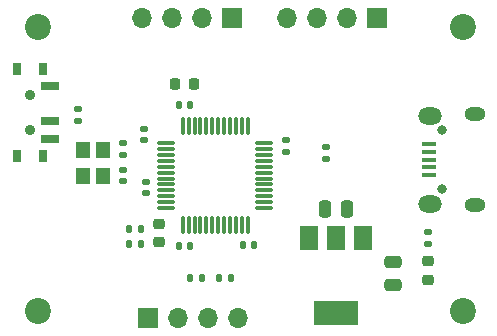
<source format=gbr>
%TF.GenerationSoftware,KiCad,Pcbnew,7.0.5-1.fc38*%
%TF.CreationDate,2023-06-26T00:30:19+03:00*%
%TF.ProjectId,stm32,73746d33-322e-46b6-9963-61645f706362,1.0*%
%TF.SameCoordinates,Original*%
%TF.FileFunction,Soldermask,Top*%
%TF.FilePolarity,Negative*%
%FSLAX46Y46*%
G04 Gerber Fmt 4.6, Leading zero omitted, Abs format (unit mm)*
G04 Created by KiCad (PCBNEW 7.0.5-1.fc38) date 2023-06-26 00:30:19*
%MOMM*%
%LPD*%
G01*
G04 APERTURE LIST*
G04 Aperture macros list*
%AMRoundRect*
0 Rectangle with rounded corners*
0 $1 Rounding radius*
0 $2 $3 $4 $5 $6 $7 $8 $9 X,Y pos of 4 corners*
0 Add a 4 corners polygon primitive as box body*
4,1,4,$2,$3,$4,$5,$6,$7,$8,$9,$2,$3,0*
0 Add four circle primitives for the rounded corners*
1,1,$1+$1,$2,$3*
1,1,$1+$1,$4,$5*
1,1,$1+$1,$6,$7*
1,1,$1+$1,$8,$9*
0 Add four rect primitives between the rounded corners*
20,1,$1+$1,$2,$3,$4,$5,0*
20,1,$1+$1,$4,$5,$6,$7,0*
20,1,$1+$1,$6,$7,$8,$9,0*
20,1,$1+$1,$8,$9,$2,$3,0*%
G04 Aperture macros list end*
%ADD10R,0.800000X1.000000*%
%ADD11C,0.900000*%
%ADD12R,1.500000X0.700000*%
%ADD13C,2.200000*%
%ADD14R,1.200000X1.400000*%
%ADD15R,1.500000X2.000000*%
%ADD16R,3.800000X2.000000*%
%ADD17RoundRect,0.075000X-0.662500X-0.075000X0.662500X-0.075000X0.662500X0.075000X-0.662500X0.075000X0*%
%ADD18RoundRect,0.075000X-0.075000X-0.662500X0.075000X-0.662500X0.075000X0.662500X-0.075000X0.662500X0*%
%ADD19RoundRect,0.135000X-0.135000X-0.185000X0.135000X-0.185000X0.135000X0.185000X-0.135000X0.185000X0*%
%ADD20RoundRect,0.135000X0.135000X0.185000X-0.135000X0.185000X-0.135000X-0.185000X0.135000X-0.185000X0*%
%ADD21RoundRect,0.135000X0.185000X-0.135000X0.185000X0.135000X-0.185000X0.135000X-0.185000X-0.135000X0*%
%ADD22RoundRect,0.135000X-0.185000X0.135000X-0.185000X-0.135000X0.185000X-0.135000X0.185000X0.135000X0*%
%ADD23R,1.700000X1.700000*%
%ADD24O,1.700000X1.700000*%
%ADD25O,0.800000X0.800000*%
%ADD26R,1.300000X0.450000*%
%ADD27O,2.000000X1.450000*%
%ADD28O,1.800000X1.150000*%
%ADD29RoundRect,0.218750X-0.256250X0.218750X-0.256250X-0.218750X0.256250X-0.218750X0.256250X0.218750X0*%
%ADD30RoundRect,0.250000X-0.250000X-0.475000X0.250000X-0.475000X0.250000X0.475000X-0.250000X0.475000X0*%
%ADD31RoundRect,0.250000X0.475000X-0.250000X0.475000X0.250000X-0.475000X0.250000X-0.475000X-0.250000X0*%
%ADD32RoundRect,0.140000X0.170000X-0.140000X0.170000X0.140000X-0.170000X0.140000X-0.170000X-0.140000X0*%
%ADD33RoundRect,0.140000X-0.140000X-0.170000X0.140000X-0.170000X0.140000X0.170000X-0.140000X0.170000X0*%
%ADD34RoundRect,0.140000X0.140000X0.170000X-0.140000X0.170000X-0.140000X-0.170000X0.140000X-0.170000X0*%
%ADD35RoundRect,0.225000X-0.225000X-0.250000X0.225000X-0.250000X0.225000X0.250000X-0.225000X0.250000X0*%
%ADD36RoundRect,0.140000X-0.170000X0.140000X-0.170000X-0.140000X0.170000X-0.140000X0.170000X0.140000X0*%
G04 APERTURE END LIST*
D10*
%TO.C,SW1*%
X110980000Y-57050000D03*
X108770000Y-49750000D03*
X108770000Y-57050000D03*
X110980000Y-49750000D03*
D11*
X109870000Y-54900000D03*
X109870000Y-51900000D03*
D12*
X111630000Y-51150000D03*
X111630000Y-54150000D03*
X111630000Y-55650000D03*
%TD*%
D13*
%TO.C,H4*%
X146600000Y-46200000D03*
%TD*%
%TO.C,H3*%
X110600000Y-46200000D03*
%TD*%
%TO.C,H2*%
X146600000Y-70200000D03*
%TD*%
%TO.C,H1*%
X110600000Y-70200000D03*
%TD*%
D14*
%TO.C,Y1*%
X114400000Y-56620000D03*
X114400000Y-58820000D03*
X116100000Y-58820000D03*
X116100000Y-56620000D03*
%TD*%
D15*
%TO.C,U2*%
X138100000Y-64050000D03*
D16*
X135800000Y-70350000D03*
D15*
X135800000Y-64050000D03*
X133500000Y-64050000D03*
%TD*%
D17*
%TO.C,U1*%
X121425000Y-56000000D03*
X121425000Y-56500000D03*
X121425000Y-57000000D03*
X121425000Y-57500000D03*
X121425000Y-58000000D03*
X121425000Y-58500000D03*
X121425000Y-59000000D03*
X121425000Y-59500000D03*
X121425000Y-60000000D03*
X121425000Y-60500000D03*
X121425000Y-61000000D03*
X121425000Y-61500000D03*
D18*
X122837500Y-62912500D03*
X123337500Y-62912500D03*
X123837500Y-62912500D03*
X124337500Y-62912500D03*
X124837500Y-62912500D03*
X125337500Y-62912500D03*
X125837500Y-62912500D03*
X126337500Y-62912500D03*
X126837500Y-62912500D03*
X127337500Y-62912500D03*
X127837500Y-62912500D03*
X128337500Y-62912500D03*
D17*
X129750000Y-61500000D03*
X129750000Y-61000000D03*
X129750000Y-60500000D03*
X129750000Y-60000000D03*
X129750000Y-59500000D03*
X129750000Y-59000000D03*
X129750000Y-58500000D03*
X129750000Y-58000000D03*
X129750000Y-57500000D03*
X129750000Y-57000000D03*
X129750000Y-56500000D03*
X129750000Y-56000000D03*
D18*
X128337500Y-54587500D03*
X127837500Y-54587500D03*
X127337500Y-54587500D03*
X126837500Y-54587500D03*
X126337500Y-54587500D03*
X125837500Y-54587500D03*
X125337500Y-54587500D03*
X124837500Y-54587500D03*
X124337500Y-54587500D03*
X123837500Y-54587500D03*
X123337500Y-54587500D03*
X122837500Y-54587500D03*
%TD*%
D19*
%TO.C,R5*%
X126910000Y-67400000D03*
X125890000Y-67400000D03*
%TD*%
D20*
%TO.C,R4*%
X124510000Y-67400000D03*
X123490000Y-67400000D03*
%TD*%
D21*
%TO.C,R3*%
X143600000Y-64510000D03*
X143600000Y-63490000D03*
%TD*%
D22*
%TO.C,R2*%
X135000000Y-57310000D03*
X135000000Y-56290000D03*
%TD*%
D21*
%TO.C,R1*%
X114000000Y-54110000D03*
X114000000Y-53090000D03*
%TD*%
D23*
%TO.C,J4*%
X119860000Y-70800000D03*
D24*
X122400000Y-70800000D03*
X124940000Y-70800000D03*
X127480000Y-70800000D03*
%TD*%
D23*
%TO.C,J3*%
X127000000Y-45400000D03*
D24*
X124460000Y-45400000D03*
X121920000Y-45400000D03*
X119380000Y-45400000D03*
%TD*%
D23*
%TO.C,J2*%
X139280000Y-45400000D03*
D24*
X136740000Y-45400000D03*
X134200000Y-45400000D03*
X131660000Y-45400000D03*
%TD*%
D25*
%TO.C,J1*%
X144800000Y-59900000D03*
X144800000Y-54900000D03*
D26*
X143700000Y-58700000D03*
X143700000Y-58050000D03*
X143700000Y-57400000D03*
X143700000Y-56750000D03*
X143700000Y-56100000D03*
D27*
X143750000Y-61125000D03*
X143750000Y-53675000D03*
D28*
X147550000Y-61275000D03*
X147550000Y-53525000D03*
%TD*%
D29*
%TO.C,FB1*%
X120800000Y-62812500D03*
X120800000Y-64387500D03*
%TD*%
%TO.C,D1*%
X143600000Y-66012500D03*
X143600000Y-67587500D03*
%TD*%
D30*
%TO.C,C13*%
X134850000Y-61600000D03*
X136750000Y-61600000D03*
%TD*%
D31*
%TO.C,C12*%
X140600000Y-68000000D03*
X140600000Y-66100000D03*
%TD*%
D32*
%TO.C,C11*%
X117750000Y-59200000D03*
X117750000Y-58240000D03*
%TD*%
%TO.C,C10*%
X117750000Y-56970000D03*
X117750000Y-56010000D03*
%TD*%
D33*
%TO.C,C9*%
X122520000Y-64750000D03*
X123480000Y-64750000D03*
%TD*%
D34*
%TO.C,C8*%
X119280000Y-64500000D03*
X118320000Y-64500000D03*
%TD*%
%TO.C,C7*%
X119280000Y-63250000D03*
X118320000Y-63250000D03*
%TD*%
D32*
%TO.C,C6*%
X119750000Y-59290000D03*
X119750000Y-60250000D03*
%TD*%
D35*
%TO.C,C5*%
X122225000Y-51000000D03*
X123775000Y-51000000D03*
%TD*%
D32*
%TO.C,C4*%
X119587500Y-55730000D03*
X119587500Y-54770000D03*
%TD*%
D34*
%TO.C,C3*%
X128880000Y-64600000D03*
X127920000Y-64600000D03*
%TD*%
D36*
%TO.C,C2*%
X131587500Y-55770000D03*
X131587500Y-56730000D03*
%TD*%
D33*
%TO.C,C1*%
X123480000Y-52750000D03*
X122520000Y-52750000D03*
%TD*%
M02*

</source>
